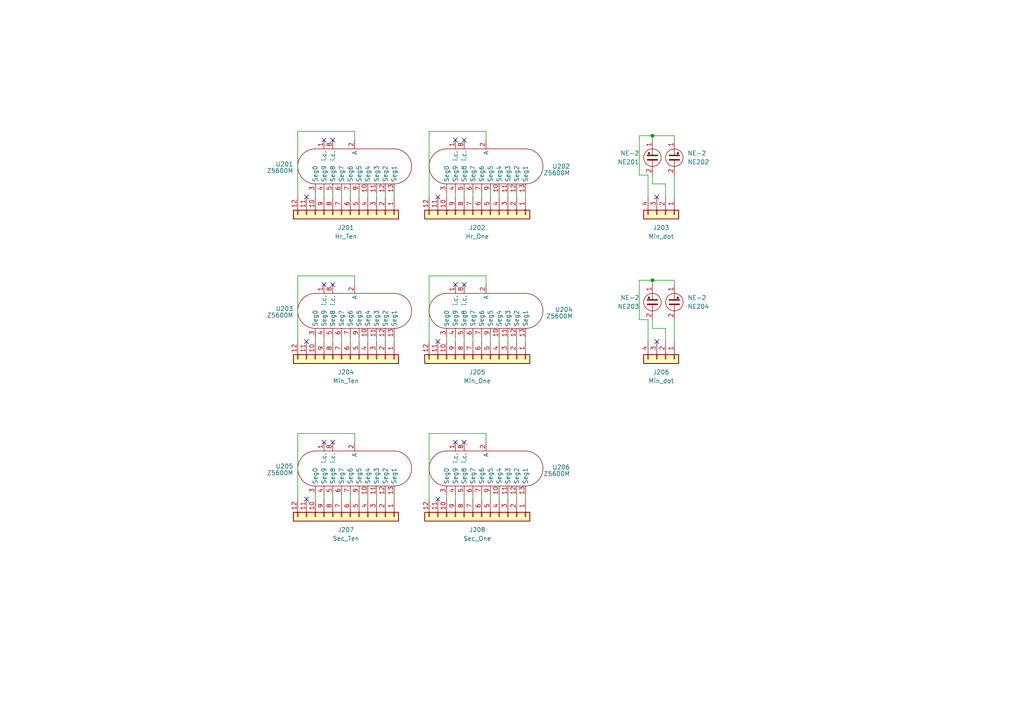
<source format=kicad_sch>
(kicad_sch (version 20231120) (generator "eeschema") (generator_version "8.0")
  (paper "A4")
  (title_block (title "Z5600M Nixie Clock with ESP32") (date "2024-09-16") (rev "1.0") (company "Synthron"))
  (lib_symbols
    (symbol "Connector_Generic:Conn_01x04" (pin_names (offset 1.016) hide)
      (property "Reference" "J" (at 0 5.08 0))
      (property "Value" "Conn_01x04" (at 0 -7.62 0))
      (symbol "Conn_01x04_1_1"
        (rectangle (start -1.27 -4.953) (end 0 -5.207) (stroke (width 0.1524)))
        (rectangle (start -1.27 -2.413) (end 0 -2.667) (stroke (width 0.1524)))
        (rectangle (start -1.27 0.127) (end 0 -0.127) (stroke (width 0.1524)))
        (rectangle (start -1.27 2.667) (end 0 2.413) (stroke (width 0.1524)))
        (rectangle (start -1.27 3.81) (end 1.27 -6.35) (stroke (width 0.254)) (fill (type background)))
        (pin passive line (at -5.08 2.54 0) (length 3.81) (name "Pin_1") (number "1"))
        (pin passive line (at -5.08 0 0) (length 3.81) (name "Pin_2") (number "2"))
        (pin passive line (at -5.08 -2.54 0) (length 3.81) (name "Pin_3") (number "3"))
        (pin passive line (at -5.08 -5.08 0) (length 3.81) (name "Pin_4") (number "4"))
      )
    )
    (symbol "Connector_Generic:Conn_01x12" (pin_names (offset 1.016) hide)
      (property "Reference" "J" (at 0 15.24 0))
      (property "Value" "Conn_01x12" (at 0 -17.78 0))
      (symbol "Conn_01x12_1_1"
        (rectangle (start -1.27 -15.113) (end 0 -15.367) (stroke (width 0.1524)))
        (rectangle (start -1.27 -12.573) (end 0 -12.827) (stroke (width 0.1524)))
        (rectangle (start -1.27 -10.033) (end 0 -10.287) (stroke (width 0.1524)))
        (rectangle (start -1.27 -7.493) (end 0 -7.747) (stroke (width 0.1524)))
        (rectangle (start -1.27 -4.953) (end 0 -5.207) (stroke (width 0.1524)))
        (rectangle (start -1.27 -2.413) (end 0 -2.667) (stroke (width 0.1524)))
        (rectangle (start -1.27 0.127) (end 0 -0.127) (stroke (width 0.1524)))
        (rectangle (start -1.27 2.667) (end 0 2.413) (stroke (width 0.1524)))
        (rectangle (start -1.27 5.207) (end 0 4.953) (stroke (width 0.1524)))
        (rectangle (start -1.27 7.747) (end 0 7.493) (stroke (width 0.1524)))
        (rectangle (start -1.27 10.287) (end 0 10.033) (stroke (width 0.1524)))
        (rectangle (start -1.27 12.827) (end 0 12.573) (stroke (width 0.1524)))
        (rectangle (start -1.27 13.97) (end 1.27 -16.51) (stroke (width 0.254)) (fill (type background)))
        (pin passive line (at -5.08 12.7 0) (length 3.81) (name "Pin_1") (number "1"))
        (pin passive line (at -5.08 -10.16 0) (length 3.81) (name "Pin_10") (number "10"))
        (pin passive line (at -5.08 -12.7 0) (length 3.81) (name "Pin_11") (number "11"))
        (pin passive line (at -5.08 -15.24 0) (length 3.81) (name "Pin_12") (number "12"))
        (pin passive line (at -5.08 10.16 0) (length 3.81) (name "Pin_2") (number "2"))
        (pin passive line (at -5.08 7.62 0) (length 3.81) (name "Pin_3") (number "3"))
        (pin passive line (at -5.08 5.08 0) (length 3.81) (name "Pin_4") (number "4"))
        (pin passive line (at -5.08 2.54 0) (length 3.81) (name "Pin_5") (number "5"))
        (pin passive line (at -5.08 0 0) (length 3.81) (name "Pin_6") (number "6"))
        (pin passive line (at -5.08 -2.54 0) (length 3.81) (name "Pin_7") (number "7"))
        (pin passive line (at -5.08 -5.08 0) (length 3.81) (name "Pin_8") (number "8"))
        (pin passive line (at -5.08 -7.62 0) (length 3.81) (name "Pin_9") (number "9"))
      )
    )
    (symbol "Device:Lamp_Neon" (pin_names (offset 0.0254) hide)
      (property "Reference" "NE" (at 0.635 3.81 0))
      (property "Value" "Lamp_Neon" (at 0.635 -3.81 0))
      (symbol "Lamp_Neon_0_1"
        (rectangle (start -1.524 -0.508) (end 1.524 -0.762) (fill (type outline)))
        (rectangle (start -1.524 0.762) (end 1.524 0.508) (fill (type outline)))
        (polyline (pts (xy 0 -2.54) (xy 0 -0.762)))
        (polyline (pts (xy 0 0.762) (xy 0 2.54)))
        (circle (center 0 0) (radius 2.54))
        (circle (center 1.016 -1.27) (radius 0.254) (fill (type outline)))
      )
      (symbol "Lamp_Neon_1_1"
        (pin passive line (at 0 -5.08 90) (length 2.54) (name "~") (number "1"))
        (pin passive line (at 0 5.08 270) (length 2.54) (name "~") (number "2"))
      )
    )
    (symbol "Z5600M_1"
      (property "Reference" "U" (at 0 14.732 0))
      (symbol "Z5600M_1_0_1"
        (arc (start -5.08 -11.43) (mid -3.5921 -15.0221) (end 0 -16.51))
        (arc (start 0 -16.51) (mid 3.5921 -15.0221) (end 5.08 -11.43))
        (polyline (pts (xy -5.08 11.43) (xy -5.08 -11.43)))
        (polyline (pts (xy 5.08 11.43) (xy 5.08 -11.43)))
        (arc (start 0 16.51) (mid -3.5921 15.0221) (end -5.08 11.43))
        (arc (start 5.08 11.43) (mid 3.5921 15.0221) (end 0 16.51))
      )
      (symbol "Z5600M_1_1_1"
        (pin input line (at 7.62 8.89 180) (length 2.54) (name "i.c.") (number "1"))
        (pin input line (at -7.62 -3.81 0) (length 2.54) (name "Seg4") (number "10"))
        (pin input line (at -7.62 -6.35 0) (length 2.54) (name "Seg3") (number "11"))
        (pin input line (at -7.62 -8.89 0) (length 2.54) (name "Seg2") (number "12"))
        (pin input line (at -7.62 -11.43 0) (length 2.54) (name "Seg1") (number "13"))
        (pin input line (at 7.62 0 180) (length 2.54) (name "A") (number "2"))
        (pin input line (at -7.62 11.43 0) (length 2.54) (name "Seg0") (number "3"))
        (pin input line (at -7.62 8.89 0) (length 2.54) (name "Seg9") (number "4"))
        (pin input line (at -7.62 6.35 0) (length 2.54) (name "Seg8") (number "5"))
        (pin input line (at -7.62 3.81 0) (length 2.54) (name "Seg7") (number "6"))
        (pin input line (at -7.62 1.27 0) (length 2.54) (name "Seg6") (number "7"))
        (pin input line (at 7.62 6.35 180) (length 2.54) (name "i.c.") (number "8"))
        (pin input line (at -7.62 -1.27 0) (length 2.54) (name "Seg5") (number "9"))
      )
    )
  )
  (junction (at 189.23 81.28))
  (junction (at 189.23 39.37))
  (no_connect (at 88.9 144.78))
  (no_connect (at 134.62 128.27))
  (no_connect (at 127 144.78))
  (no_connect (at 127 99.06))
  (no_connect (at 93.98 82.55))
  (no_connect (at 93.98 40.64))
  (no_connect (at 96.52 128.27))
  (no_connect (at 134.62 82.55))
  (no_connect (at 96.52 40.64))
  (no_connect (at 96.52 82.55))
  (no_connect (at 132.08 128.27))
  (no_connect (at 93.98 128.27))
  (no_connect (at 132.08 40.64))
  (no_connect (at 132.08 82.55))
  (no_connect (at 134.62 40.64))
  (no_connect (at 88.9 99.06))
  (no_connect (at 190.5 57.15))
  (no_connect (at 88.9 57.15))
  (no_connect (at 127 57.15))
  (no_connect (at 190.5 99.06))
  (wire (pts (xy 104.14 97.79) (xy 104.14 99.06)))
  (wire (pts (xy 129.54 143.51) (xy 129.54 144.78)))
  (wire (pts (xy 142.24 143.51) (xy 142.24 144.78)))
  (wire (pts (xy 193.04 53.34) (xy 189.23 53.34)))
  (wire (pts (xy 99.06 55.88) (xy 99.06 57.15)))
  (wire (pts (xy 132.08 143.51) (xy 132.08 144.78)))
  (wire (pts (xy 91.44 55.88) (xy 91.44 57.15)))
  (wire (pts (xy 101.6 143.51) (xy 101.6 144.78)))
  (wire (pts (xy 106.68 97.79) (xy 106.68 99.06)))
  (wire (pts (xy 189.23 81.28) (xy 189.23 82.55)))
  (wire (pts (xy 139.7 55.88) (xy 139.7 57.15)))
  (wire (pts (xy 187.96 57.15) (xy 187.96 50.8)))
  (wire (pts (xy 101.6 55.88) (xy 101.6 57.15)))
  (wire (pts (xy 195.58 39.37) (xy 195.58 40.64)))
  (wire (pts (xy 109.22 97.79) (xy 109.22 99.06)))
  (wire (pts (xy 86.36 38.1) (xy 102.87 38.1)))
  (wire (pts (xy 91.44 97.79) (xy 91.44 99.06)))
  (wire (pts (xy 144.78 97.79) (xy 144.78 99.06)))
  (wire (pts (xy 185.42 39.37) (xy 189.23 39.37)))
  (wire (pts (xy 147.32 55.88) (xy 147.32 57.15)))
  (wire (pts (xy 102.87 125.73) (xy 102.87 128.27)))
  (wire (pts (xy 102.87 38.1) (xy 102.87 40.64)))
  (wire (pts (xy 142.24 55.88) (xy 142.24 57.15)))
  (wire (pts (xy 124.46 80.01) (xy 140.97 80.01)))
  (wire (pts (xy 86.36 144.78) (xy 86.36 125.73)))
  (wire (pts (xy 102.87 80.01) (xy 102.87 82.55)))
  (wire (pts (xy 129.54 97.79) (xy 129.54 99.06)))
  (wire (pts (xy 185.42 50.8) (xy 185.42 39.37)))
  (wire (pts (xy 189.23 81.28) (xy 195.58 81.28)))
  (wire (pts (xy 86.36 125.73) (xy 102.87 125.73)))
  (wire (pts (xy 149.86 97.79) (xy 149.86 99.06)))
  (wire (pts (xy 96.52 55.88) (xy 96.52 57.15)))
  (wire (pts (xy 149.86 143.51) (xy 149.86 144.78)))
  (wire (pts (xy 124.46 99.06) (xy 124.46 80.01)))
  (wire (pts (xy 193.04 95.25) (xy 189.23 95.25)))
  (wire (pts (xy 189.23 53.34) (xy 189.23 50.8)))
  (wire (pts (xy 193.04 99.06) (xy 193.04 95.25)))
  (wire (pts (xy 147.32 97.79) (xy 147.32 99.06)))
  (wire (pts (xy 96.52 143.51) (xy 96.52 144.78)))
  (wire (pts (xy 139.7 143.51) (xy 139.7 144.78)))
  (wire (pts (xy 152.4 97.79) (xy 152.4 99.06)))
  (wire (pts (xy 189.23 95.25) (xy 189.23 92.71)))
  (wire (pts (xy 104.14 55.88) (xy 104.14 57.15)))
  (wire (pts (xy 86.36 99.06) (xy 86.36 80.01)))
  (wire (pts (xy 189.23 39.37) (xy 195.58 39.37)))
  (wire (pts (xy 132.08 97.79) (xy 132.08 99.06)))
  (wire (pts (xy 137.16 97.79) (xy 137.16 99.06)))
  (wire (pts (xy 124.46 38.1) (xy 140.97 38.1)))
  (wire (pts (xy 139.7 97.79) (xy 139.7 99.06)))
  (wire (pts (xy 149.86 55.88) (xy 149.86 57.15)))
  (wire (pts (xy 189.23 39.37) (xy 189.23 40.64)))
  (wire (pts (xy 93.98 143.51) (xy 93.98 144.78)))
  (wire (pts (xy 111.76 143.51) (xy 111.76 144.78)))
  (wire (pts (xy 124.46 57.15) (xy 124.46 38.1)))
  (wire (pts (xy 132.08 55.88) (xy 132.08 57.15)))
  (wire (pts (xy 114.3 97.79) (xy 114.3 99.06)))
  (wire (pts (xy 114.3 143.51) (xy 114.3 144.78)))
  (wire (pts (xy 195.58 92.71) (xy 195.58 99.06)))
  (wire (pts (xy 104.14 143.51) (xy 104.14 144.78)))
  (wire (pts (xy 195.58 50.8) (xy 195.58 57.15)))
  (wire (pts (xy 134.62 55.88) (xy 134.62 57.15)))
  (wire (pts (xy 187.96 99.06) (xy 187.96 92.71)))
  (wire (pts (xy 185.42 92.71) (xy 185.42 81.28)))
  (wire (pts (xy 93.98 55.88) (xy 93.98 57.15)))
  (wire (pts (xy 134.62 97.79) (xy 134.62 99.06)))
  (wire (pts (xy 109.22 143.51) (xy 109.22 144.78)))
  (wire (pts (xy 144.78 143.51) (xy 144.78 144.78)))
  (wire (pts (xy 137.16 143.51) (xy 137.16 144.78)))
  (wire (pts (xy 106.68 143.51) (xy 106.68 144.78)))
  (wire (pts (xy 114.3 55.88) (xy 114.3 57.15)))
  (wire (pts (xy 111.76 55.88) (xy 111.76 57.15)))
  (wire (pts (xy 147.32 143.51) (xy 147.32 144.78)))
  (wire (pts (xy 101.6 97.79) (xy 101.6 99.06)))
  (wire (pts (xy 137.16 55.88) (xy 137.16 57.15)))
  (wire (pts (xy 144.78 55.88) (xy 144.78 57.15)))
  (wire (pts (xy 93.98 97.79) (xy 93.98 99.06)))
  (wire (pts (xy 109.22 55.88) (xy 109.22 57.15)))
  (wire (pts (xy 124.46 125.73) (xy 140.97 125.73)))
  (wire (pts (xy 195.58 81.28) (xy 195.58 82.55)))
  (wire (pts (xy 140.97 125.73) (xy 140.97 128.27)))
  (wire (pts (xy 185.42 81.28) (xy 189.23 81.28)))
  (wire (pts (xy 129.54 55.88) (xy 129.54 57.15)))
  (wire (pts (xy 152.4 55.88) (xy 152.4 57.15)))
  (wire (pts (xy 111.76 97.79) (xy 111.76 99.06)))
  (wire (pts (xy 187.96 92.71) (xy 185.42 92.71)))
  (wire (pts (xy 106.68 55.88) (xy 106.68 57.15)))
  (wire (pts (xy 99.06 143.51) (xy 99.06 144.78)))
  (wire (pts (xy 86.36 80.01) (xy 102.87 80.01)))
  (wire (pts (xy 124.46 144.78) (xy 124.46 125.73)))
  (wire (pts (xy 140.97 38.1) (xy 140.97 40.64)))
  (wire (pts (xy 187.96 50.8) (xy 185.42 50.8)))
  (wire (pts (xy 152.4 143.51) (xy 152.4 144.78)))
  (wire (pts (xy 86.36 57.15) (xy 86.36 38.1)))
  (wire (pts (xy 193.04 57.15) (xy 193.04 53.34)))
  (wire (pts (xy 142.24 97.79) (xy 142.24 99.06)))
  (wire (pts (xy 99.06 97.79) (xy 99.06 99.06)))
  (wire (pts (xy 140.97 80.01) (xy 140.97 82.55)))
  (wire (pts (xy 96.52 97.79) (xy 96.52 99.06)))
  (wire (pts (xy 91.44 143.51) (xy 91.44 144.78)))
  (wire (pts (xy 134.62 143.51) (xy 134.62 144.78)))
  (symbol (lib_id "Device:Lamp_Neon") (at 189.23 45.72 180) (unit 1)
    (property "Reference" "NE201" (at 185.42 46.9901 0) (effects (justify left)))
    (property "Value" "NE-2" (at 185.42 44.4501 0) (effects (justify left)))
    (property "Footprint" "Valve:Valve_Glimm" (effects (hide yes)))
    (property "Description" "Neon lamp" (effects (hide yes)))
  )
  (symbol (lib_name "Z5600M_1") (lib_id "Eigene:Z5600M") (at 140.97 48.26 90) (unit 1)
    (property "Reference" "U202" (at 165.354 48.26 90) (effects (justify left)))
    (property "Value" "Z5600M" (at 165.354 50.1651 90) (effects (justify left)))
    (property "Footprint" "Eigene:B13B" (effects (hide yes)))
  )
  (symbol (lib_id "Connector_Generic:Conn_01x12") (at 139.7 62.23 270) (unit 1)
    (property "Reference" "J202" (at 138.43 66.04 90))
    (property "Value" "Hr_One" (at 138.43 68.58 90))
    (property "Footprint" "Connector_PinSocket_2.54mm:PinSocket_1x12_P2.54mm_Vertical" (effects (hide yes)))
    (property "Description" "Generic connector, single row, 01x12, script generated (kicad-library-utils/schlib/autogen/connector/)" (effects (hide yes)))
  )
  (symbol (lib_name "Z5600M_1") (lib_id "Eigene:Z5600M") (at 102.87 90.17 90) (unit 1)
    (property "Reference" "U203" (at 85.09 89.5349 90) (effects (justify left)))
    (property "Value" "Z5600M" (at 85.09 91.44 90) (effects (justify left)))
    (property "Footprint" "Eigene:B13B" (effects (hide yes)))
  )
  (symbol (lib_id "Connector_Generic:Conn_01x12") (at 101.6 62.23 270) (unit 1)
    (property "Reference" "J201" (at 100.33 66.04 90))
    (property "Value" "Hr_Ten" (at 100.33 68.58 90))
    (property "Footprint" "Connector_PinSocket_2.54mm:PinSocket_1x12_P2.54mm_Vertical" (effects (hide yes)))
    (property "Description" "Generic connector, single row, 01x12, script generated (kicad-library-utils/schlib/autogen/connector/)" (effects (hide yes)))
  )
  (symbol (lib_name "Z5600M_1") (lib_id "Eigene:Z5600M") (at 140.97 135.89 90) (unit 1)
    (property "Reference" "U206" (at 165.354 135.5089 90) (effects (justify left)))
    (property "Value" "Z5600M" (at 165.354 137.414 90) (effects (justify left)))
    (property "Footprint" "Eigene:B13B" (effects (hide yes)))
  )
  (symbol (lib_name "Z5600M_1") (lib_id "Eigene:Z5600M") (at 102.87 135.89 90) (unit 1)
    (property "Reference" "U205" (at 85.09 135.2549 90) (effects (justify left)))
    (property "Value" "Z5600M" (at 85.09 137.16 90) (effects (justify left)))
    (property "Footprint" "Eigene:B13B" (effects (hide yes)))
  )
  (symbol (lib_id "Device:Lamp_Neon") (at 189.23 87.63 180) (unit 1)
    (property "Reference" "NE203" (at 185.42 88.9001 0) (effects (justify left)))
    (property "Value" "NE-2" (at 185.42 86.3601 0) (effects (justify left)))
    (property "Footprint" "Valve:Valve_Glimm" (effects (hide yes)))
    (property "Description" "Neon lamp" (effects (hide yes)))
  )
  (symbol (lib_name "Z5600M_1") (lib_id "Eigene:Z5600M") (at 102.87 48.26 90) (unit 1)
    (property "Reference" "U201" (at 85.09 47.6249 90) (effects (justify left)))
    (property "Value" "Z5600M" (at 85.09 49.53 90) (effects (justify left)))
    (property "Footprint" "Eigene:B13B" (effects (hide yes)))
  )
  (symbol (lib_id "Connector_Generic:Conn_01x12") (at 101.6 149.86 270) (unit 1)
    (property "Reference" "J207" (at 100.33 153.67 90))
    (property "Value" "Sec_Ten" (at 100.33 156.21 90))
    (property "Footprint" "Connector_PinSocket_2.54mm:PinSocket_1x12_P2.54mm_Vertical" (effects (hide yes)))
    (property "Description" "Generic connector, single row, 01x12, script generated (kicad-library-utils/schlib/autogen/connector/)" (effects (hide yes)))
  )
  (symbol (lib_name "Z5600M_1") (lib_id "Eigene:Z5600M") (at 140.97 90.17 90) (unit 1)
    (property "Reference" "U204" (at 166.116 89.7889 90) (effects (justify left)))
    (property "Value" "Z5600M" (at 166.116 91.694 90) (effects (justify left)))
    (property "Footprint" "Eigene:B13B" (effects (hide yes)))
  )
  (symbol (lib_id "Connector_Generic:Conn_01x12") (at 139.7 104.14 270) (unit 1)
    (property "Reference" "J205" (at 138.43 107.95 90))
    (property "Value" "Min_One" (at 138.43 110.49 90))
    (property "Footprint" "Connector_PinSocket_2.54mm:PinSocket_1x12_P2.54mm_Vertical" (effects (hide yes)))
    (property "Description" "Generic connector, single row, 01x12, script generated (kicad-library-utils/schlib/autogen/connector/)" (effects (hide yes)))
  )
  (symbol (lib_id "Connector_Generic:Conn_01x04") (at 193.04 104.14 270) (unit 1)
    (property "Reference" "J206" (at 191.77 107.95 90))
    (property "Value" "Min_dot" (at 191.77 110.49 90))
    (property "Footprint" "Connector_PinSocket_2.54mm:PinSocket_1x04_P2.54mm_Vertical" (effects (hide yes)))
    (property "Description" "Generic connector, single row, 01x04, script generated (kicad-library-utils/schlib/autogen/connector/)" (effects (hide yes)))
  )
  (symbol (lib_id "Device:Lamp_Neon") (at 195.58 87.63 0) (mirror x) (unit 1)
    (property "Reference" "NE204" (at 199.39 88.9001 0) (effects (justify left)))
    (property "Value" "NE-2" (at 199.39 86.3601 0) (effects (justify left)))
    (property "Footprint" "Valve:Valve_Glimm" (effects (hide yes)))
    (property "Description" "Neon lamp" (effects (hide yes)))
  )
  (symbol (lib_id "Connector_Generic:Conn_01x12") (at 139.7 149.86 270) (unit 1)
    (property "Reference" "J208" (at 138.43 153.67 90))
    (property "Value" "Sec_One" (at 138.43 156.21 90))
    (property "Footprint" "Connector_PinSocket_2.54mm:PinSocket_1x12_P2.54mm_Vertical" (effects (hide yes)))
    (property "Description" "Generic connector, single row, 01x12, script generated (kicad-library-utils/schlib/autogen/connector/)" (effects (hide yes)))
  )
  (symbol (lib_id "Device:Lamp_Neon") (at 195.58 45.72 0) (mirror x) (unit 1)
    (property "Reference" "NE202" (at 199.39 46.9901 0) (effects (justify left)))
    (property "Value" "NE-2" (at 199.39 44.4501 0) (effects (justify left)))
    (property "Footprint" "Valve:Valve_Glimm" (effects (hide yes)))
    (property "Description" "Neon lamp" (effects (hide yes)))
  )
  (symbol (lib_id "Connector_Generic:Conn_01x04") (at 193.04 62.23 270) (unit 1)
    (property "Reference" "J203" (at 191.77 66.04 90))
    (property "Value" "Min_dot" (at 191.77 68.58 90))
    (property "Footprint" "Connector_PinSocket_2.54mm:PinSocket_1x04_P2.54mm_Vertical" (effects (hide yes)))
    (property "Description" "Generic connector, single row, 01x04, script generated (kicad-library-utils/schlib/autogen/connector/)" (effects (hide yes)))
  )
  (symbol (lib_id "Connector_Generic:Conn_01x12") (at 101.6 104.14 270) (unit 1)
    (property "Reference" "J204" (at 100.33 107.95 90))
    (property "Value" "Min_Ten" (at 100.33 110.49 90))
    (property "Footprint" "Connector_PinSocket_2.54mm:PinSocket_1x12_P2.54mm_Vertical" (effects (hide yes)))
    (property "Description" "Generic connector, single row, 01x12, script generated (kicad-library-utils/schlib/autogen/connector/)" (effects (hide yes)))
  )
)
</source>
